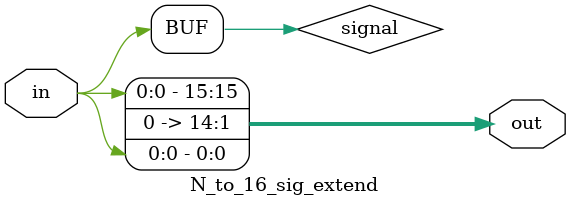
<source format=v>
module N_to_16_sig_extend #(parameter N = 1)
( input [0:(N-1)] in,
  output [0:15] out
);

  wire signal = in[N-1];
  assign out[0:(N-1)] = in;
  assign out[N:15] = signal;
endmodule
</source>
